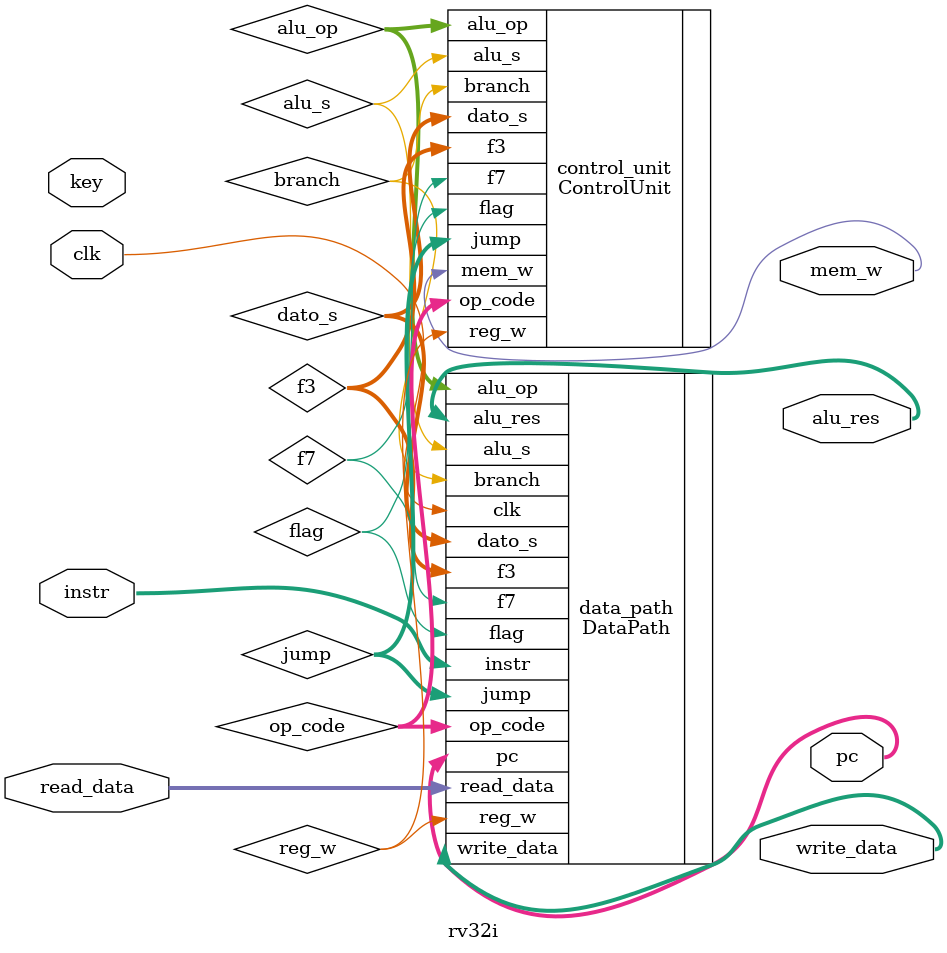
<source format=v>
`include "./control_unit/ControlUnit.v"
`include "./data_path/DataPath.v"

module rv32i (
    input wire clk,
    input wire key,
    input [31:0] instr,
    input [31:0] read_data,

    output wire mem_w,
    output [31:0] alu_res,
    output [31:0] write_data,
    output [15:0] pc
);

    wire f7, flag, branch, reg_w, alu_s;
    wire [1:0] dato_s, jump;
    wire [2:0] alu_op, f3;
    wire [6:0] op_code;
    wire [31:0] s_alu_res;    

    ControlUnit control_unit (
        .op_code(op_code),
        .f3(f3),
        .f7(f7),
        .flag(flag),

        .alu_op(alu_op),
        .dato_s(dato_s),
        .jump(jump),
        .branch(branch),
        .mem_w(mem_w),
        .alu_s(alu_s),
        .reg_w(reg_w)
    );

    DataPath data_path (
        .branch(branch),
        .jump(jump),
        .clk(clk),
        .read_data(read_data),
        .dato_s(dato_s),
        .instr(instr),
        .reg_w(reg_w),
        .alu_s(alu_s),
        .alu_op(alu_op),

        .alu_res(alu_res),
        .flag(flag),
        .op_code(op_code),
        .f3(f3),
        .f7(f7),
        .write_data(write_data),
        .pc(pc)
    );

endmodule
</source>
